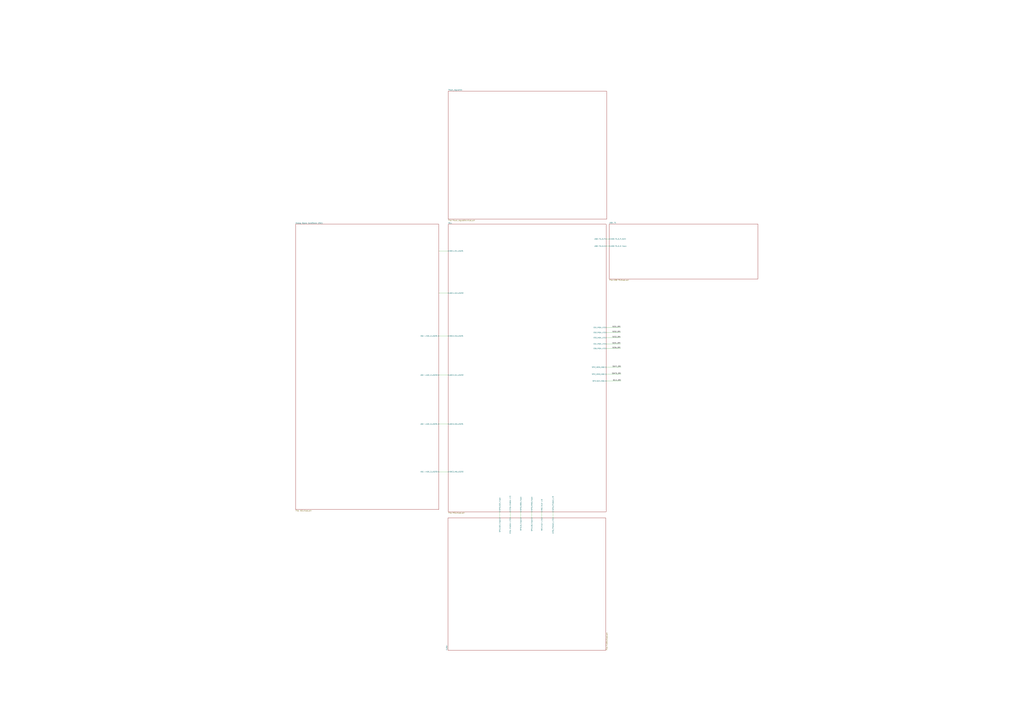
<source format=kicad_sch>
(kicad_sch (version 20230121) (generator eeschema)
  (paper "A0")
  (title_block (title "EMG Signal Acquisition Unit") (rev "Mwangi Alex ") (company "RBEC"))
  (lib_symbols)
  (wire (pts (xy 509.524 548.132) (xy 520.446 548.132)))
  (wire (pts (xy 703.834 426.72) (xy 721.106 426.72)))
  (wire (pts (xy 703.834 404.876) (xy 720.598 404.876)))
  (wire (pts (xy 509.524 291.592) (xy 520.446 291.592)))
  (wire (pts (xy 509.524 435.864) (xy 520.446 435.864)))
  (wire (pts (xy 642.112 594.614) (xy 642.112 601.726)))
  (wire (pts (xy 629.158 594.614) (xy 629.158 601.726)))
  (wire (pts (xy 592.328 594.614) (xy 592.328 601.726)))
  (wire (pts (xy 703.834 277.622) (xy 707.39 277.622)))
  (wire (pts (xy 604.774 594.614) (xy 604.774 601.726)))
  (wire (pts (xy 509.524 340.614) (xy 520.446 340.614)))
  (wire (pts (xy 703.834 434.848) (xy 721.106 434.848)))
  (wire (pts (xy 509.524 390.398) (xy 520.446 390.398)))
  (wire (pts (xy 617.474 594.614) (xy 617.474 601.726)))
  (wire (pts (xy 580.39 594.614) (xy 580.39 601.726)))
  (wire (pts (xy 703.834 442.722) (xy 721.106 442.722)))
  (wire (pts (xy 703.834 399.542) (xy 720.598 399.542)))
  (wire (pts (xy 703.834 386.334) (xy 720.598 386.334)))
  (wire (pts (xy 703.834 286.004) (xy 707.39 286.004)))
  (wire (pts (xy 509.524 492.76) (xy 520.446 492.76)))
  (wire (pts (xy 703.834 392.43) (xy 720.598 392.43)))
  (wire (pts (xy 703.834 380.492) (xy 720.598 380.492)))
  (label "SCLK_DRV" (at 721.106 442.722 180))
  (label "SCS2_DRV" (at 720.598 386.334 180))
  (label "SDATO_DRV" (at 721.106 434.848 180))
  (label "SCS3_DRV" (at 720.598 392.43 180))
  (label "SCS1_DRV" (at 720.598 380.492 180))
  (label "SDATI_DRV" (at 721.106 426.72 180))
  (label "SCS5_DRV" (at 720.598 404.876 180))
  (label "SCS4_DRV" (at 720.598 399.542 180))
  (sheet (at 707.39 260.35) (size 172.72 63.754) (stroke (width 0.1524))
    (property "Sheetname" "USB-FS " (at 707.39 259.6384 0) (effects (justify left bottom)))
    (property "Sheetfile" "USB-FS.kicad_sch" (at 707.39 324.6886 0) (effects (justify left top)))
    (pin "USB-FS_D_N-Conn" input (at 707.39 286.004 180))
    (pin "USB-FS_D_P_Conn" input (at 707.39 277.622 180))
  )
  (sheet (at 520.192 601.726) (size 183.134 153.924) (stroke (width 0.1524))
    (property "Sheetname" "FLASH" (at 519.4804 755.65 90) (effects (justify left bottom)))
    (property "Sheetfile" "FLASH.kicad_sch" (at 703.9106 755.65 90) (effects (justify left top)))
    (pin "RST{slash}HLD-I{slash}O" input (at 629.158 601.726 90))
    (pin "Write_Protect_I{slash}O" input (at 642.112 601.726 90))
    (pin "SPI3_SCK_Flash" input (at 580.39 601.726 90))
    (pin "SPI3_SO_Flash" input (at 617.474 601.726 90))
    (pin "Chip-Enable-I{slash}O" input (at 592.328 601.726 90))
    (pin "SPI3_SI_Flash" input (at 604.774 601.726 90))
  )
  (sheet (at 520.446 105.918) (size 183.896 148.844) (stroke (width 0.1524))
    (property "Sheetname" "Power_regulation" (at 520.446 105.2064 0) (effects (justify left bottom)))
    (property "Sheetfile" "Power_regulation.kicad_sch" (at 520.446 255.3466 0) (effects (justify left top)))
  )
  (sheet (at 520.446 260.604) (size 183.388 334.01) (stroke (width 0.1524))
    (property "Sheetname" "MCU" (at 520.446 259.8924 0) (effects (justify left bottom)))
    (property "Sheetfile" "MCU.kicad_sch" (at 520.446 595.1986 0) (effects (justify left top)))
    (pin "ADC1_IN2_USER2" input (at 520.446 340.614 180))
    (pin "ADC1_IN1_USER1" input (at 520.446 291.592 180))
    (pin "ADC2_IN3_USER1" input (at 520.446 390.398 180))
    (pin "ADC2_IN4_USER2" input (at 520.446 435.864 180))
    (pin "ADC3_IN5_USER1" input (at 520.446 492.76 180))
    (pin "ADC3_IN6_USER2" input (at 520.446 548.132 180))
    (pin "Write_Protect_I{slash}O" input (at 642.112 594.614 270))
    (pin "RST{slash}HLD-I{slash}O" input (at 629.158 594.614 270))
    (pin "SPI3_MISO_Flash" input (at 617.474 594.614 270))
    (pin "SPI3_MOSI_Flash" input (at 604.774 594.614 270))
    (pin "Chip-Enable-I{slash}O" input (at 592.328 594.614 270))
    (pin "SPI3_SCK_Flash" input (at 580.39 594.614 270))
    (pin "USB-FS_D_P" input (at 703.834 277.622 0))
    (pin "USB-FS_D_N" input (at 703.834 286.004 0))
    (pin "CS1_MtDr_I{slash}O" input (at 703.834 380.492 0))
    (pin "SPI2_MOSI_MtDr" input (at 703.834 426.72 0))
    (pin "SPI2_MISO_MtDr" input (at 703.834 434.848 0))
    (pin "CS2_MtDr_I{slash}O" input (at 703.834 386.334 0))
    (pin "CS3_MtDr_I{slash}O" input (at 703.834 392.43 0))
    (pin "CS5_MtDr_I{slash}O" input (at 703.834 404.876 0))
    (pin "CS4_MtDr_I{slash}O" input (at 703.834 399.542 0))
    (pin "SPI2_SCK_MtDr" input (at 703.834 442.722 0))
  )
  (sheet (at 343.154 260.604) (size 166.37 331.47) (stroke (width 0.1524))
    (property "Sheetname" "Analog Signal Conditioner (ASC)" (at 343.154 259.8924 0) (effects (justify left bottom)))
    (property "Sheetfile" "ASC.kicad_sch" (at 343.154 592.6586 0) (effects (justify left top)))
    (pin "ASC->ADC_3_USER2" input (at 509.524 548.132 0))
    (pin "ASC->ADC_3_USER1" input (at 509.524 492.76 0))
    (pin "ASC->ADC_2_USER2" input (at 509.524 435.864 0))
    (pin "ASC->ADC_2_USER1" input (at 509.524 390.398 0))
  )
)
</source>
